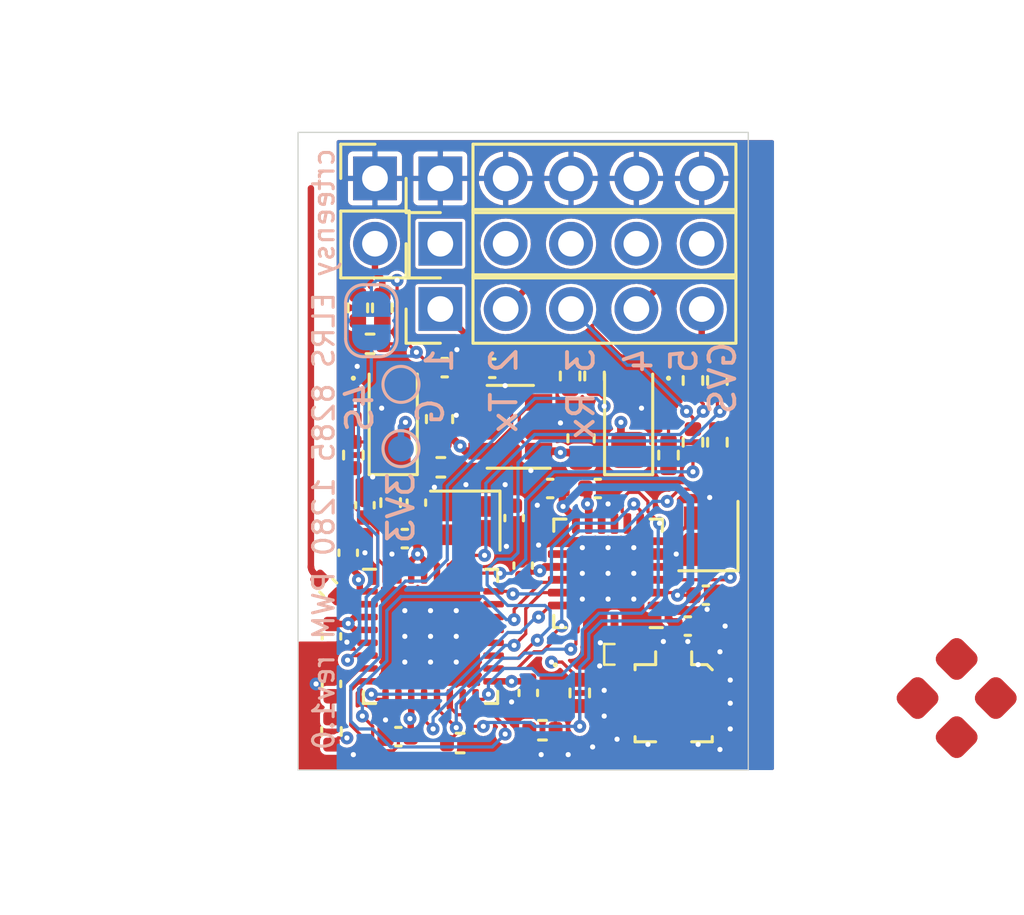
<source format=kicad_pcb>
(kicad_pcb (version 20211014) (generator pcbnew)
  (layers (0 "F.Cu" signal "F.Cu_sig") (1 "In1.Cu" signal "In1.Cu_3V3") (2 "In2.Cu" signal "In2.Cu_Gnd") (31 "B.Cu" signal "B.Cu_sig") (34 "B.Paste" user) (35 "F.Paste" user) (36 "B.SilkS" user "B.Silkscreen") (37 "F.SilkS" user "F.Silkscreen") (38 "B.Mask" user) (39 "F.Mask" user) (44 "Edge.Cuts" user))
  (net 0 "")
  (net 1 "GND")
  (net 2 "+5V")
  (net 3 "Net-(D2-Pad2)")
  (net 4 "+3V3")
  (net 5 "ESP_EN")
  (net 6 "Net-(C16-Pad1)")
  (net 7 "Net-(C17-Pad1)")
  (net 8 "ESPX_OUT")
  (net 9 "ESPX_IN")
  (net 10 "Net-(R2-Pad2)")
  (net 15 "LED_A")
  (net 16 "BUSY_A")
  (net 17 "DIO1_A")
  (net 18 "NRST_A")
  (net 19 "NSS_A")
  (net 20 "SCK")
  (net 21 "MISO")
  (net 22 "MOSI")
  (net 23 "ANT")
  (net 24 "Net-(U6-Pad6)")
  (net 25 "Net-(U6-Pad4)")
  (net 26 "Net-(J1-Pad1)")
  (net 27 "Net-(U5-Pad1)")
  (net 31 "Net-(C22-Pad1)")
  (net 32 "Net-(J3-Pad5)")
  (net 33 "Net-(J3-Pad4)")
  (net 34 "Net-(J3-Pad3)")
  (net 35 "Net-(J3-Pad2)")
  (net 36 "Net-(J3-Pad1)")
  (net 37 "PWM1")
  (net 38 "PWM2")
  (net 39 "PWM3")
  (net 40 "PWM4")
  (net 41 "PWM5")
  (net 43 "Net-(C11-Pad1)")
  (net 44 "Net-(D1-Pad1)")
  (net 46 "ADC_sig")
  (net 47 "Net-(J6-Pad2)")
  (net 48 "Net-(JP1-Pad1)")
  (net 49 "Net-(C13-Pad2)")
  (net 50 "Net-(D4-Pad2)")
  (footprint "LED_SMD:LED_0402_1005Metric" (layer "F.Cu") (at 160.15 61.35 -90)
    (fp_text reference "D1" hide)
    (fp_text value "blue_2V9")
  )
  (footprint "Resistor_SMD:R_0402_1005Metric" (layer "F.Cu") (at 163.55 63.725)
    (fp_text reference "R11" hide)
    (fp_text value "270R")
  )
  (footprint "Capacitor_SMD:C_0402_1005Metric" (layer "F.Cu") (at 162.15 66.5 180)
    (fp_text reference "C3" hide)
    (fp_text value "100n")
  )
  (footprint "Capacitor_SMD:C_0402_1005Metric" (layer "F.Cu") (at 166.95 72.5 -90)
    (fp_text reference "C1" hide)
    (fp_text value "100n")
  )
  (footprint "Capacitor_Tantalum_SMD:CP_EIA-3216-18_Kemet-A" (layer "F.Cu") (at 170.85 61.7 90)
    (fp_text reference "C5" hide)
    (fp_text value "100u")
  )
  (footprint "Capacitor_SMD:C_0402_1005Metric" (layer "F.Cu") (at 159.3 72.15 90)
    (fp_text reference "C4" hide)
    (fp_text value "1u")
  )
  (footprint "Capacitor_SMD:C_0402_1005Metric" (layer "F.Cu") (at 166.75 67.55 90)
    (fp_text reference "C9" hide)
    (fp_text value "100n")
  )
  (footprint "Capacitor_SMD:C_0402_1005Metric" (layer "F.Cu") (at 173.85 68.7)
    (fp_text reference "C16" hide)
    (fp_text value "10n")
  )
  (footprint "Capacitor_SMD:C_0402_1005Metric" (layer "F.Cu") (at 173.15 69.9)
    (fp_text reference "C17" hide)
    (fp_text value "10n")
  )
  (footprint "Crystal:Crystal_SMD_2016-4Pin_2.0x1.6mm" (layer "F.Cu") (at 173.95 66.4 90)
    (fp_text reference "Y3" hide)
    (fp_text value "52M")
  )
  (footprint "ELRS_ESP8285_dual:2450FM07D0034T" (layer "F.Cu") (at 170.9 71)
    (fp_text reference "U5" hide)
    (fp_text value "2450FM07D0034T")
  )
  (footprint "LED_SMD:LED_0402_1005Metric" (layer "F.Cu") (at 172.4 61.35 -90)
    (fp_text reference "D2" hide)
    (fp_text value "true_gr_3V3")
  )
  (footprint "Connector_PinHeader_2.54mm:PinHeader_1x05_P2.54mm_Vertical" (layer "F.Cu") (at 163.53 57.570001 90)
    (fp_text reference "J3" hide)
    (fp_text value "Conn_01x05" hide)
  )
  (footprint "Resistor_SMD:R_0402_1005Metric" (layer "F.Cu") (at 172.4 63.25 90)
    (fp_text reference "R12" hide)
    (fp_text value "4k7")
  )
  (footprint "ELRS_ESP8285_PWM5:QFN-32-1EP_5x5mm_P0.5mm_EP3.7x3.7mm_dense" (layer "F.Cu") (at 163.15 70.3)
    (fp_text reference "U2" hide)
    (fp_text value "ESP8285")
  )
  (footprint "Capacitor_SMD:C_0402_1005Metric" (layer "F.Cu") (at 159.3 70.3 -90)
    (fp_text reference "C21" hide)
    (fp_text value "100n")
  )
  (footprint "Resistor_SMD:R_0402_1005Metric" (layer "F.Cu") (at 167.5 73.95)
    (fp_text reference "R4" hide)
    (fp_text value "560R")
  )
  (footprint "LED_SMD:LED_0402_1005Metric" (layer "F.Cu") (at 168 72.5 -90)
    (fp_text reference "D4" hide)
    (fp_text value "red_2V1")
  )
  (footprint "Capacitor_SMD:C_0402_1005Metric" (layer "F.Cu") (at 169.65 64.55)
    (fp_text reference "C15" hide)
    (fp_text value "100n")
  )
  (footprint "Crystal:Crystal_SMD_2016-4Pin_2.0x1.6mm" (layer "F.Cu") (at 164.5 65.8 180)
    (fp_text reference "Y2" hide)
    (fp_text value "26M")
  )
  (footprint "Capacitor_SMD:C_0402_1005Metric" (layer "F.Cu") (at 162.6 65.1 90)
    (fp_text reference "C20" hide)
    (fp_text value "4p7")
  )
  (footprint "Capacitor_SMD:C_0402_1005Metric" (layer "F.Cu") (at 166.4 65.7 -90)
    (fp_text reference "C19" hide)
    (fp_text value "4p7")
  )
  (footprint "Capacitor_SMD:C_0402_1005Metric" (layer "F.Cu") (at 159.95 67.05 90)
    (fp_text reference "C2" hide)
    (fp_text value "100n")
  )
  (footprint "Capacitor_Tantalum_SMD:CP_EIA-3216-18_Kemet-A" (layer "F.Cu") (at 161.7 61.7 90)
    (fp_text reference "C8" hide)
    (fp_text value "100u")
  )
  (footprint "Capacitor_SMD:C_0402_1005Metric" (layer "F.Cu") (at 165.55 59.875)
    (fp_text reference "C22" hide)
    (fp_text value "10n")
  )
  (footprint "Capacitor_SMD:C_0603_1608Metric" (layer "F.Cu") (at 169 62.6 90)
    (fp_text reference "C6" hide)
    (fp_text value "1u")
  )
  (footprint "Package_TO_SOT_SMD:SOT-23-5" (layer "F.Cu") (at 166.25 62.15 180)
    (fp_text reference "U1" hide)
    (fp_text value "SPX3819M5-L-3-3")
  )
  (footprint "Capacitor_SMD:C_0603_1608Metric" (layer "F.Cu") (at 163.5 61.85 90)
    (fp_text reference "C7" hide)
    (fp_text value "4u7")
  )
  (footprint "Connector_PinHeader_2.54mm:PinHeader_1x05_P2.54mm_Vertical" (layer "F.Cu") (at 163.53 52.49 90)
    (fp_text reference "J2" hide)
    (fp_text value "Conn_01x05" hide)
  )
  (footprint "Connector_PinHeader_2.54mm:PinHeader_1x05_P2.54mm_Vertical" (layer "F.Cu") (at 163.53 55.029999 90)
    (fp_text reference "J4" hide)
    (fp_text value "Conn_01x05" hide)
  )
  (footprint "Resistor_SMD:R_0402_1005Metric" (layer "F.Cu") (at 160.15 63.25 90)
    (fp_text reference "R3" hide)
    (fp_text value "12k")
  )
  (footprint "Resistor_SMD:R_0402_1005Metric" (layer "F.Cu") (at 173.35 60.35 -90)
    (fp_text reference "R6" hide)
    (fp_text value "1k")
  )
  (footprint "Resistor_SMD:R_0402_1005Metric" (layer "F.Cu") (at 173.35 62.75 -90)
    (fp_text reference "R7" hide)
    (fp_text value "1k")
  )
  (footprint "Resistor_SMD:R_0402_1005Metric" (layer "F.Cu") (at 174.3 62.75 -90)
    (fp_text reference "R8" hide)
    (fp_text value "1k")
  )
  (footprint "ELRS_ESP8285_dual:QFN-24-1EP_4x4mm_P0.5mm_EP2.6x2.6mm_SX1280_dense" (layer "F.Cu") (at 170.05 67.85 180)
    (fp_text reference "U6" hide)
    (fp_text value "SX1281")
  )
  (footprint "Resistor_SMD:R_0402_1005Metric" (layer "F.Cu") (at 161.6 65.1 -90)
    (fp_text reference "R2" hide)
    (fp_text value "12k")
  )
  (footprint "Capacitor_SMD:C_0402_1005Metric" (layer "F.Cu") (at 167.8 64.55 180)
    (fp_text reference "C18" hide)
    (fp_text value "470n")
  )
  (footprint "Capacitor_SMD:C_0402_1005Metric" (layer "F.Cu") (at 161.9 74.2 180)
    (fp_text reference "C10" hide)
    (fp_text value "100n")
  )
  (footprint "Capacitor_SMD:C_0402_1005Metric" (layer "F.Cu") (at 160.6 65.2 90)
    (fp_text reference "C11" hide)
    (fp_text value "1u")
  )
  (footprint "Resistor_SMD:R_0402_1005Metric" (layer "F.Cu") (at 168.95 72.5 90)
    (fp_text reference "R10" hide)
    (fp_text value "12k")
  )
  (footprint "Resistor_SMD:R_0402_1005Metric" (layer "F.Cu") (at 168.575 60.175 90)
    (fp_text reference "R13" hide)
    (fp_text value "12k")
  )
  (footprint "ELRS_ESP8285_dual:U.FL_Molex_MCRF_73412-0110_Vertical_dense" (layer "F.Cu") (at 172.6 72.9 180)
    (fp_text reference "J1" hide)
    (fp_text value "Conn_Coaxial" hide)
  )
  (footprint "Resistor_SMD:R_0402_1005Metric" (layer "F.Cu") (at 159.3 74 -90)
    (fp_text reference "R1" hide)
    (fp_text value "12k")
  )
  (footprint "ELRS_ESP8285_PWM5:molex_479480001_2g4-turret" (layer "F.Cu") (at 183.6 72.7 -135)
    (fp_text reference "J5" hide)
    (fp_text value "Conn_Coaxial" hide)
  )
  (footprint "Resistor_SMD:R_0402_1005Metric" (layer "F.Cu") (at 164.3 74.45 180)
    (fp_text reference "R14" hide)
    (fp_text value "12k")
  )
  (footprint "Capacitor_SMD:C_0402_1005Metric" (layer "F.Cu") (at 163.7 59.85)
    (fp_text reference "C12" hide)
    (fp_text value "100n")
  )
  (footprint "Resistor_SMD:R_0402_1005Metric" (layer "F.Cu") (at 160.325 57.525 90)
    (fp_text reference "R15" hide)
    (fp_text value "24k")
  )
  (footprint "Resistor_SMD:R_0402_1005Metric" (layer "F.Cu") (at 160.8 58.925)
    (fp_text reference "R16" hide)
    (fp_text value "1k")
  )
  (footprint "Connector_PinHeader_2.54mm:PinHeader_1x02_P2.54mm_Vertical" (layer "F.Cu") (at 160.99 52.49)
    (fp_text reference "J6" hide)
    (fp_text value "Conn_01x02" hide)
  )
  (footprint "Resistor_SMD:R_0402_1005Metric" (layer "F.Cu") (at 169.525 60.175 -90)
    (fp_text reference "R5" hide)
    (fp_text value "1k")
  )
  (footprint "Resistor_SMD:R_0402_1005Metric" (layer "F.Cu") (at 174.3 60.35 -90)
    (fp_text reference "R9" hide)
    (fp_text value "1k")
  )
  (footprint "Capacitor_SMD:C_0402_1005Metric" (layer "F.Cu") (at 159.175 68.4 -45)
    (fp_text reference "C13" hide)
    (fp_text value "10p")
  )
  (footprint "Resistor_SMD:R_0402_1005Metric" (layer "F.Cu") (at 161.275 57.525 90)
    (fp_text reference "R17" hide)
    (fp_text value "47k")
  )
  (footprint "Jumper:SolderJumper-2_P1.3mm_Open_RoundedPad1.0x1.5mm" (layer "B.Cu") (at 160.85 58.025 -90)
    (fp_text reference "JP1" hide)
    (fp_text value "4S")
  )
  (footprint "TestPoint:TestPoint_Pad_D1.0mm" (layer "B.Cu") (at 162 60.5)
    (fp_text reference "TP2" hide)
    (fp_text value "TestPoint")
  )
  (footprint "TestPoint:TestPoint_Pad_D1.0mm" (layer "B.Cu") (at 162 63)
    (fp_text reference "TP1" hide)
    (fp_text value "TestPoint")
  )
  (gr_rect (start 158 75.5) (end 175.5 50.7) (layer "Edge.Cuts") (width 0.05) (fill none))
  (gr_text "crteensy ELRS 8285 1280 PWM rev1.0" (at 159 51.25 90) (layer "B.SilkS") (effects (font (size 0.8 0.8) (thickness 0.12)) (justify left mirror)))
  (gr_text "4S" (at 160.4 61.4 90) (layer "B.SilkS") (effects (font (size 1 1)) (justify mirror)))
  (gr_text "GVS" (at 174.5 58.75 90) (layer "B.SilkS") (effects (font (size 1 1)) (justify left mirror)))
  (gr_text "2 Tx" (at 166 59 90) (layer "B.SilkS") (effects (font (size 1 1)) (justify left mirror)))
  (gr_text "1" (at 163.5 59 90) (layer "B.SilkS") (effects (font (size 1 1)) (justify left mirror)))
  (gr_text "4" (at 171.25 59 90) (layer "B.SilkS") (effects (font (size 1 1)) (justify left mirror)))
  (gr_text "5" (at 173 59 90) (layer "B.SilkS") (effects (font (size 1 1)) (justify left mirror)))
  (gr_text "3 Rx" (at 169 59 90) (layer "B.SilkS") (effects (font (size 1 1)) (justify left mirror)))
  (gr_text "G" (at 163.15 61.55 90) (layer "B.SilkS") (effects (font (size 1 1)) (justify mirror)))
  (gr_text "3V3" (at 162 65.3 90) (layer "B.SilkS") (effects (font (size 1 1)) (justify mirror)))
  (segment (start 171.3 69.7875) (end 171.3 69.1) (width 0.3) (layer "F.Cu") (net 1))
  (segment (start 159.625 70.525) (end 159.37 70.78) (width 0.25) (layer "F.Cu") (net 1))
  (segment (start 168.8 66.6) (end 170.05 67.85) (width 0.3) (layer "F.Cu") (net 1))
  (segment (start 170.13 64.55) (end 170.13 65.07) (width 0.3) (layer "F.Cu") (net 1))
  (segment (start 160.3 59.8) (end 160.29 59.79) (width 0.125) (layer "F.Cu") (net 1))
  (segment (start 169.3 68.6) (end 170.05 67.85) (width 0.3) (layer "F.Cu") (net 1))
  (segment (start 164.18 59.85) (end 164.18 59.155) (width 0.125) (layer "F.Cu") (net 1))
  (segment (start 160.12 66.57) (end 160.6 67.05) (width 0.25) (layer "F.Cu") (net 1))
  (segment (start 168 72.015) (end 167.515 72.5) (width 0.125) (layer "F.Cu") (net 1))
  (segment (start 159.18 71.67) (end 158.7 72.15) (width 0.125) (layer "F.Cu") (net 1))
  (segment (start 174.5 65.75) (end 173.95 66.3) (width 0.125) (layer "F.Cu") (net 1))
  (segment (start 172.7 67.1) (end 173.4 67.1) (width 0.125) (layer "F.Cu") (net 1))
  (segment (start 166.55 72.5) (end 166.3 72.75) (width 0.125) (layer "F.Cu") (net 1))
  (segment (start 170.8 69.7875) (end 170.8 68.6) (width 0.3) (layer "F.Cu") (net 1))
  (segment (start 160.3 59.8) (end 161.15 59.8) (width 0.3) (layer "F.Cu") (net 1))
  (segment (start 161.67 67.08) (end 161.65 67.1) (width 0.3) (layer "F.Cu") (net 1))
  (segment (start 164.06 63.725) (end 164.06 63.935) (width 0.3) (layer "F.Cu") (net 1))
  (segment (start 173.9 69.25) (end 173.9 69.13) (width 0.3) (layer "F.Cu") (net 1))
  (segment (start 173.95 66.45) (end 173.4 67) (width 0.125) (layer "F.Cu") (net 1))
  (segment (start 160.29 59.79) (end 160.29 58.925) (width 0.125) (layer "F.Cu") (net 1))
  (segment (start 161.25 60.8) (end 161.7 60.35) (width 0.3) (layer "F.Cu") (net 1))
  (segment (start 167.32 64.55) (end 167.32 65.18) (width 0.3) (layer "F.Cu") (net 1))
  (segment (start 161.67 66.5) (end 161.67 67.08) (width 0.3) (layer "F.Cu") (net 1))
  (segment (start 166.3 73.3) (end 166.3 72.85) (width 0.125) (layer "F.Cu") (net 1))
  (segment (start 170.85 60.35) (end 171.885 60.35) (width 0.125) (layer "F.Cu") (net 1))
  (segment (start 168.05 62.15) (end 168.2 62) (width 0.3) (layer "F.Cu") (net 1))
  (segment (start 161.25 61.425) (end 161.25 60.8) (width 0.3) (layer "F.Cu") (net 1))
  (segment (start 167.35 62.15) (end 168.05 62.15) (width 0.3) (layer "F.Cu") (net 1))
  (segment (start 171.885 60.35) (end 172.4 60.865) (width 0.125) (layer "F.Cu") (net 1))
  (segment (start 161.11 64.1) (end 161.6 64.59) (width 0.125) (layer "F.Cu") (net 1))
  (segment (start 159.95 66.57) (end 160.12 66.57) (width 0.25) (layer "F.Cu") (net 1))
  (segment (start 166.3 72.85) (end 166.82 72.85) (width 0.25) (layer "F.Cu") (net 1))
  (segment (start 161.42 73.57) (end 161.42 74.2) (width 0.25) (layer "F.Cu") (net 1))
  (segment (start 159.9 70.525) (end 159.625 70.525) (width 0.25) (layer "F.Cu") (net 1))
  (segment (start 169.8 68.1) (end 170.05 67.85) (width 0.3) (layer "F.Cu") (net 1))
  (segment (start 160.9 64.42) (end 160.6 64.72) (width 0.125) (layer "F.Cu") (net 1))
  (segment (start 164.18 59.155) (end 164.175 59.15) (width 0.125) (layer "F.Cu") (net 1))
  (segment (start 163.525 61.075) (end 164.15 61.7) (width 0.3) (layer "F.Cu") (net 1))
  (segment (start 169.3 69.7875) (end 169.8 69.7875) (width 0.3) (layer "F.Cu") (net 1))
  (segment (start 167.5 66.6) (end 168.1125 66.6) (width 0.3) (layer "F.Cu") (net 1))
  (segment (start 173.4 67) (end 173.4 67.1) (width 0.125) (layer "F.Cu") (net 1))
  (segment (start 163.3 64.75) (end 163.8 65.25) (width 0.125) (layer "F.Cu") (net 1))
  (segment (start 163.3 64.5) (end 163.3 64.75) (width 0.125) (layer "F.Cu") (net 1))
  (segment (start 168.2 62) (end 168.825 62) (width 0.3) (layer "F.Cu") (net 1))
  (segment (start 167.07 66.75) (end 166.75 67.07) (width 0.3) (layer "F.Cu") (net 1))
  (segment (start 166.03 60.53) (end 166.05 60.55) (width 0.3) (layer "F.Cu") (net 1))
  (segment (start 166.1 66.48) (end 166.4 66.18) (width 0.125) (layer "F.Cu") (net 1))
  (segment (start 173.95 66.3) (end 173.95 66.45) (width 0.125) (layer "F.Cu") (net 1))
  (segment (start 164.06 63.935) (end 164.525 64.4) (width 0.3) (layer "F.Cu") (net 1))
  (segment (start 160.9 64.1) (end 160.9 64.42) (width 0.125) (layer "F.Cu") (net 1))
  (segment (start 163.5 61.075) (end 163.525 61.075) (width 0.3) (layer "F.Cu") (net 1))
  (segment (start 166.1 66.8) (end 166.1 66.48) (width 0.125) (layer "F.Cu") (net 1))
  (segment (start 161.4 73.55) (end 161.42 73.57) (width 0.25) (layer "F.Cu") (net 1))
  (segment (start 166.5 73.5) (end 166.3 73.3) (width 0.125) (layer "F.Cu") (net 1))
  (segment (start 171.35 60.85) (end 170.85 60.35) (width 0.3) (layer "F.Cu") (net 1))
  (segment (start 167.35 66.75) (end 167.07 66.75) (width 0.3) (layer "F.Cu") (net 1))
  (segment (start 165.6 74.6) (end 166.2 74.6) (width 0.125) (layer "F.Cu") (net 1))
  (segment (start 174.5 65.7) (end 174.5 65.75) (width 0.125) (layer "F.Cu") (net 1))
  (segment (start 159.3 71.67) (end 159.18 71.67) (width 0.125) (layer "F.Cu") (net 1))
  (segment (start 169.8 69.7875) (end 169.8 68.1) (width 0.3) (layer "F.Cu") (net 1))
  (segment (start 165.55 66.7) (end 165.2 66.35) (width 0.125) (layer "F.Cu") (net 1))
  (segment (start 171.3 69.1) (end 170.05 67.85) (width 0.3) (layer "F.Cu") (net 1))
  (segment (start 159.37 70.78) (end 159.3 70.78) (width 0.25) (layer "F.Cu") (net 1))
  (segment (start 171.35 61.425) (end 171.35 60.85) (width 0.3) (layer "F.Cu") (net 1))
  (segment (start 165.45 74.45) (end 165.6 74.6) (width 0.125) (layer "F.Cu") (net 1))
  (segment (start 164.81 74.45) (end 165.45 74.45) (width 0.125) (layer "F.Cu") (net 1))
  (segment (start 166.03 59.875) (end 166.03 60.53) (width 0.3) (layer "F.Cu") (net 1))
  (segment (start 166 66.7) (end 165.55 66.7) (width 0.125) (layer "F.Cu") (net 1))
  (segment (start 166.3 72.75) (end 166.3 72.85) (width 0.125) (layer "F.Cu") (net 1))
  (segment (start 173.9 69.13) (end 174.33 68.7) (width 0.3) (layer "F.Cu") (net 1))
  (segment (start 161.15 59.8) (end 161.7 60.35) (width 0.3) (layer "F.Cu") (net 1))
  (segment (start 166.5 74.3) (end 166.5 73.5) (width 0.125) (layer "F.Cu") (net 1))
  (segment (start 168.825 62) (end 169 61.825) (width 0.3) (layer "F.Cu") (net 1))
  (segment (start 167.515 72.5) (end 166.55 72.5) (width 0.125) (layer "F.Cu") (net 1))
  (segment (start 167.35 66.75) (end 167.5 66.6) (width 0.3) (layer "F.Cu") (net 1))
  (segment (start 169.3 69.7875) (end 169.3 68.6) (width 0.3) (layer "F.Cu") (net 1))
  (segment (start 173.9 69.63) (end 173.63 69.9) (width 0.3) (layer "F.Cu") (net 1))
  (segment (start 162.72 64.5) (end 162.6 64.62) (width 0.125) (layer "F.Cu") (net 1))
  (segment (start 160.9 64.1) (end 161.11 64.1) (width 0.125) (layer "F.Cu") (net 1))
  (segment (start 166.2 74.6) (end 166.5 74.3) (width 0.125) (layer "F.Cu") (net 1))
  (segment (start 170.13 65.07) (end 170.05 65.15) (width 0.3) (layer "F.Cu") (net 1))
  (segment (start 173.9 69.25) (end 173.9 69.63) (width 0.3) (layer "F.Cu") (net 1))
  (segment (start 168.1125 66.6) (end 168.8 66.6) (width 0.3) (layer "F.Cu") (net 1))
  (segment (start 170.8 68.6) (end 170.05 67.85) (width 0.3) (layer "F.Cu") (net 1))
  (segment (start 170.8 69.7875) (end 171.3 69.7875) (width 0.3) (layer "F.Cu") (net 1))
  (segment (start 167.32 65.18) (end 167.3 65.2) (width 0.3) (layer "F.Cu") (net 1))
  (segment (start 163.3 64.5) (end 162.72 64.5) (width 0.125) (layer "F.Cu") (net 1))
  (segment (start 166.82 72.85) (end 166.95 72.98) (width 0.25) (layer "F.Cu") (net 1))
  (segment (start 171.9875 67.1) (end 172.7 67.1) (width 0.125) (layer "F.Cu") (net 1))
  (segment (start 166.1 66.8) (end 166 66.7) (width 0.125) (layer "F.Cu") (net 1))
  (via (at 161.65 67.1) (size 0.5) (drill 0.2) (layers "F.Cu" "B.Cu") (net 1))
  (via (at 168.2 62) (size 0.5) (drill 0.2) (layers "F.Cu" "B.Cu") (net 1))
  (via (at 174 64.9) (size 0.5) (drill 0.2) (layers "F.Cu" "B.Cu") (net 1))
  (via (at 164.15 71.3) (size 0.5) (drill 0.2) (layers "F.Cu" "B.Cu") (net 1))
  (via (at 164.15 69.3) (size 0.5) (drill 0.2) (layers "F.Cu" "B.Cu") (net 1))
  (via (at 162.15 69.3) (size 0.5) (drill 0.2) (layers "F.Cu" "B.Cu") (net 1))
  (via (at 162.15 71.3) (size 0.5) (drill 0.2) (layers "F.Cu" "B.Cu") (net 1))
  (via (at 169.05 66.85) (size 0.5) (drill 0.2) (layers "F.Cu" "B.Cu") (net 1))
  (via (at 171.05 66.85) (size 0.5) (drill 0.2) (layers "F.Cu" "B.Cu") (net 1))
  (via (at 171.05 68.85) (size 0.5) (drill 0.2) (layers "F.Cu" "B.Cu") (net 1))
  (via (at 169.05 68.85) (size 0.5) (drill 0.2) (layers "F.Cu" "B.Cu") (net 1))
  (via (at 169.9 73.4) (size 0.5) (drill 0.2) (layers "F.Cu" "B.Cu") (net 1))
  (via (at 170.4 74.3) (size 0.5) (drill 0.2) (layers "F.Cu" "B.Cu") (net 1))
  (via (at 171.6 74.5) (size 0.5) (drill 0.2) (layers "F.Cu" "B.Cu") (net 1))
  (via (at 169.9 72.4) (size 0.5) (drill 0.2) (layers "F.Cu" "B.Cu") (net 1))
  (via (at 163.15 71.3) (size 0.5) (drill 0.2) (layers "F.Cu" "B.Cu") (net 1))
  (via (at 163.15 69.3) (size 0.5) (drill 0.2) (layers "F.Cu" "B.Cu") (net 1))
  (via (at 169.05 67.85) (size 0.5) (drill 0.2) (layers "F.Cu" "B.Cu") (net 1))
  (via (at 170.05 66.85) (size 0.5) (drill 0.2) (layers "F.Cu" "B.Cu") (net 1))
  (via (at 171.05 67.85) (size 0.5) (drill 0.2) (layers "F.Cu" "B.Cu") (net 1))
  (via (at 170.05 68.85) (size 0.5) (drill 0.2) (layers "F.Cu" "B.Cu") (net 1))
  (via (at 160.9 64.1) (size 0.5) (drill 0.2) (layers "F.Cu" "B.Cu") (net 1))
  (via (at 167.05 63.85) (size 0.5) (drill 0.2) (layers "F.Cu" "B.Cu") (net 1))
  (via (at 166.05 64.4) (size 0.5) (drill 0.2) (layers "F.Cu" "B.Cu") (net 1))
  (via (at 167.45 74.9) (size 0.5) (drill 0.2) (layers "F.Cu" "B.Cu") (net 1))
  (via (at 174.4 70.9) (size 0.5) (drill 0.2) (layers "F.Cu" "B.Cu") (net 1))
  (via (at 174.4 74.7) (size 0.5) (drill 0.2) (layers "F.Cu" "B.Cu") (net 1))
  (via (at 163.15 70.3) (size 0.5) (drill 0.2) (layers "F.Cu" "B.Cu") (net 1))
  (via (at 171.35 61.425) (size 0.5) (drill 0.2) (layers "F.Cu" "B.Cu") (net 1))
  (via (at 173.55 74.5) (size 0.5) (drill 0.2) (layers "F.Cu" "B.Cu") (net 1))
  (via (at 162.15 70.3) (size 0.5) (drill 0.2) (layers "F.Cu" "B.Cu") (net 1))
  (via (at 174.8 72.9) (size 0.5) (drill 0.2) (layers "F.Cu" "B.Cu") (net 1))
  (via (at 160.15 74.9) (size 0.5) (drill 0.2) (layers "F.Cu" "B.Cu") (net 1))
  (via (at 160.6 67.05) (size 0.5) (drill 0.2) (layers "F.Cu" "B.Cu") (net 1))
  (via (at 167.35 66.75) (size 0.5) (drill 0.2) (layers "F.Cu" "B.Cu") (net 1))
  (via (at 161.25 61.425) (size 0.5) (drill 0.2) (layers "F.Cu" "B.Cu") (net 1))
  (via (at 166.1 66.8) (size 0.5) (drill 0.2) (layers "F.Cu" "B.Cu") (net 1))
  (via (at 170.05 67.85) (size 0.5) (drill 0.2) (layers "F.Cu" "B.Cu") (net 1))
  (via (at 174.6 69.9) (size 0.5) (drill 0.2) (layers "F.Cu" "B.Cu") (net 1))
  (via (at 169.725 71.45) (size 0.5) (drill 0.2) (layers "F.Cu" "B.Cu") (net 1))
  (via (at 173.15 70.5) (size 0.5) (drill 0.2) (layers "F.Cu" "B.Cu") (net 1))
  (via (at 161.4 73.55) (size 0.5) (drill 0.2) (layers "F.Cu" "B.Cu") (net 1))
  (via (at 170.05 65.15) (size 0.5) (drill 0.2) (layers "F.Cu" "B.Cu") (net 1))
  (via (at 164.15 61.7) (size 0.5) (drill 0.2) (layers "F.Cu" "B.Cu") (net 1))
  (via (at 173.9 69.25) (size 0.5) (drill 0.2) (layers "F.Cu" "B.Cu") (net 1))
  (via (at 166.3 72.85) (size 0.5) (drill 0.2) (layers "F.Cu" "B.Cu") (net 1))
  (via (at 174.8 73.9) (size 0.5) (drill 0.2) (layers "F.Cu" "B.Cu") (net 1))
  (via (at 166.05 60.55) (size 0.5) (drill 0.2) (layers "F.Cu" "B.Cu") (net 1))
  (via (at 164.525 64.4) (size 0.5) (drill 0.2) (layers "F.Cu" "B.Cu") (net 1))
  (via (at 158.7 72.15) (size 0.5) (drill 0.2) (layers "F.Cu" "B.Cu") (net 1))
  (via (at 169.45 74.6) (size 0.5) (drill 0.2) (layers "F.Cu" "B.Cu") (net 1))
  (via (at 169.75 70.55) (size 0.5) (drill 0.2) (layers "F.Cu" "B.Cu") (net 1))
  (via (at 163.3 64.5) (size 0.5) (drill 0.2) (layers "F.Cu" "B.Cu") (net 1))
  (via (at 168.5 74.9) (size 0.5) (drill 0.2) (layers "F.Cu" "B.Cu") (net 1))
  (via (at 160.3 59.8) (size 0.5) (drill 0.2) (layers "F.Cu" "B.Cu") (net 1))
  (via (at 159.9 70.525) (size 0.5) (drill 0.2) (layers "F.Cu" "B.Cu") (net 1))
  (via (at 167.3 65.2) (size 0.5) (drill 0.2) (layers "F.Cu" "B.Cu") (net 1))
  (via (at 172.7 67.1) (size 0.5) (drill 0.2) (layers "F.Cu" "B.Cu") (net 1))
  (via (at 164.15 70.3) (size 0.5) (drill 0.2) (layers "F.Cu" "B.Cu") (net 1))
  (via (at 174.8 72) (size 0.5) (drill 0.2) (layers "F.Cu" "B.Cu") (net 1))
  (via (at 164.175 59.15) (size 0.5) (drill 0.2) (layers "F.Cu" "B.Cu") (net 1))
  (segment (start 168.15 63.1) (end 167.35 63.1) (width 0.3) (layer "F.Cu") (net 2))
  (segment (start 166.6 62.6) (end 167.1 63.1) (width 0.125) (layer "F.Cu") (net 2))
  (segment (start 167.35 61.2) (end 167.1 61.2) (width 0.125) (layer "F.Cu") (net 2))
  (segment (start 168.2 63.15) (end 168.15 63.1) (width 0.3) (layer "F.Cu") (net 2))
  (segment (start 168.775 63.15) (end 169 63.375) (width 0.3) (layer "F.Cu") (net 2))
  (segment (start 167.1 63.1) (end 167.35 63.1) (width 0.125) (layer "F.Cu") (net 2))
  (segment (start 170.55 61.975) (end 170.55 62.75) (width 0.3) (layer "F.Cu") (net 2))
  (segment (start 170.85 63.05) (end 171.69 63.05) (width 0.125) (layer "F.Cu") (net 2))
  (segment (start 171.69 63.05) (end 172.4 63.76) (width 0.125) (layer "F.Cu") (net 2))
  (segment (start 167.1 61.2) (end 166.6 61.7) (width 0.125) (layer "F.Cu") (net 2))
  (segment (start 170.55 62.75) (end 170.85 63.05) (width 0.3) (layer "F.Cu") (net 2))
  (segment (start 168.2 63.15) (end 168.775 63.15) (width 0.3) (layer "F.Cu") (net 2))
  (segment (start 166.6 61.7) (end 166.6 62.6) (width 0.125) (layer "F.Cu") (net 2))
  (via (at 170.55 61.975) (size 0.5) (drill 0.2) (layers "F.Cu" "B.Cu") (net 2))
  (via (at 168.2 63.15) (size 0.5) (drill 0.2) (layers "F.Cu" "B.Cu") (net 2))
  (segment (start 172.4 62.74) (end 172.4 61.835) (width 0.125) (layer "F.Cu") (net 3))
  (segment (start 162.9 67.35) (end 162.65 67.1) (width 0.25) (layer "F.Cu") (net 4))
  (segment (start 166.3 62.2) (end 165.4 63.1) (width 0.125) (layer "F.Cu") (net 4))
  (segment (start 160.7 68.55) (end 160.4 68.55) (width 0.25) (layer "F.Cu") (net 4))
  (segment (start 162.63 67.08) (end 162.65 67.1) (width 0.3) (layer "F.Cu") (net 4))
  (segment (start 160.35 67.93) (end 159.95 67.53) (width 0.25) (layer "F.Cu") (net 4))
  (segment (start 166.565 60.66) (end 166.565 61.2975) (width 0.125) (layer "F.Cu") (net 4))
  (segment (start 167.03 67.75) (end 166.75 68.03) (width 0.3) (layer "F.Cu") (net 4))
  (segment (start 159.93 69.82) (end 159.95 69.8) (width 0.25) (layer "F.Cu") (net 4))
  (segment (start 166.92 72.05) (end 166.95 72.02) (width 0.25) (layer "F.Cu") (net 4))
  (segment (start 168.26 71.3) (end 168.95 71.99) (width 0.125) (layer "F.Cu") (net 4))
  (segment (start 162.4 67.35) (end 162.65 67.1) (width 0.25) (layer "F.Cu") (net 4))
  (segment (start 162.35 73.5) (end 162.38 73.53) (width 0.25) (layer "F.Cu") (net 4))
  (segment (start 163.5 62.625) (end 164.025 62.625) (width 0.3) (layer "F.Cu") (net 4))
  (segment (start 159.56 74.25) (end 159.3 74.51) (width 0.125) (layer "F.Cu") (net 4))
  (segment (start 160.2 70.05) (end 159.95 69.8) (width 0.25) (layer "F.Cu") (net 4))
  (segment (start 167.6 67.6) (end 168.1125 67.6) (width 0.3) (layer "F.Cu") (net 4))
  (segment (start 166.565 61.2975) (end 166.3 61.5625) (width 0.125) (layer "F.Cu") (net 4))
  (segment (start 166.3 72.05) (end 166.92 72.05) (width 0.25) (layer "F.Cu") (net 4))
  (segment (start 162.175 61.975) (end 162.175 62.575) (width 0.3) (layer "F.Cu") (net 4))
  (segment (start 159.3 69.82) (end 159.93 69.82) (width 0.25) (layer "F.Cu") (net 4))
  (segment (start 159.9 74.25) (end 159.56 74.25) (width 0.125) (layer "F.Cu") (net 4))
  (segment (start 167.56 59.665) (end 166.565 60.66) (width 0.125) (layer "F.Cu") (net 4))
  (segment (start 165.15 63.1) (end 164.5 63.1) (width 0.3) (layer "F.Cu") (net 4))
  (segment (start 169.3 65.2) (end 169.25 65.15) (width 0.3) (layer "F.Cu") (net 4))
  (segment (start 169.3 65.9125) (end 169.3 65.2) (width 0.3) (layer "F.Cu") (net 4))
  (segment (start 160.2 69.55) (end 159.95 69.8) (width 0.25) (layer "F.Cu") (net 4))
  (segment (start 167.4 67.75) (end 167.45 67.75) (width 0.3) (layer "F.Cu") (net 4))
  (segment (start 160.4 68.15) (end 160.35 68.1) (width 0.25) (layer "F.Cu") (net 4))
  (segment (start 160.7 70.05) (end 160.2 70.05) (width 0.25) (layer "F.Cu") (net 4))
  (segment (start 167.45 67.75) (end 167.6 67.6) (width 0.3) (layer "F.Cu") (net 4))
  (segment (start 164.5 63.1) (end 164.3 62.9) (width 0.3) (layer "F.Cu") (net 4))
  (segment (start 165.4 63.1) (end 165.15 63.1) (width 0.125) (layer "F.Cu") (net 4))
  (segment (start 162.175 62.575) (end 161.7 63.05) (width 0.3) (layer "F.Cu") (net 4))
  (segment (start 169.25 65.15) (end 169.25 64.63) (width 0.3) (layer "F.Cu") (net 4))
  (segment (start 165.6 72.05) (end 166.3 72.05) (width 0.25) (layer "F.Cu") (net 4))
  (segment (start 169.25 64.63) (end 169.17 64.55) (width 0.3) (layer "F.Cu") (net 4))
  (segment (start 166.3 61.5625) (end 166.3 62.2) (width 0.125) (layer "F.Cu") (net 4))
  (segment (start 160.7 69.55) (end 160.2 69.55) (width 0.25) (layer "F.Cu") (net 4))
  (segment (start 160.15 61.835) (end 160.15 62.74) (width 0.125) (layer "F.Cu") (net 4))
  (segment (start 162.38 73.53) (end 162.38 74.2) (width 0.25) (layer "F.Cu") (net 4))
  (segment (start 162.63 66.5) (end 162.63 67.08) (width 0.3) (layer "F.Cu") (net 4))
  (segment (start 160.4 68.55) (end 160.4 68.15) (width 0.25) (layer "F.Cu") (net 4))
  (segment (start 167.4 67.75) (end 167.03 67.75) (width 0.3) (layer "F.Cu") (net 4))
  (segment (start 167.85 71.3) (end 168.26 71.3) (width 0.125) (layer "F.Cu") (net 4))
  (segment (start 160.35 68.1) (end 160.35 67.93) (width 0.25) (layer "F.Cu") (net 4))
  (segment (start 164.025 62.625) (end 164.3 62.9) (width 0.3) (layer "F.Cu") (net 4))
  (segment (start 160.15 62.74) (end 161.39 62.74) (width 0.125) (layer "F.Cu") (net 4))
  (segment (start 162.4 67.85) (end 162.4 67.35) (width 0.25) (layer "F.Cu") (net 4))
  (segment (start 162.9 67.85) (end 162.9 67.35) (width 0.25) (layer "F.Cu") (net 4))
  (segment (start 162.4 72.75) (end 162.4 73.45) (width 0.25) (layer "F.Cu") (net 4))
  (segment (start 162.4 73.45) (end 162.35 73.5) (width 0.25) (layer "F.Cu") (net 4))
  (segment (start 161.39 62.74) (end 161.7 63.05) (width 0.125) (layer "F.Cu") (net 4))
  (segment (start 168.575 59.665) (end 167.56 59.665) (width 0.125) (layer "F.Cu") (net 4))
  (via (at 162.65 67.1) (size 0.5) (drill 0.2) (layers "F.Cu" "B.Cu") (net 4))
  (via (at 166.3 72.05) (size 0.5) (drill 0.2) (layers "F.Cu" "B.Cu") (net 4))
  (via (at 159.95 69.8) (size 0.5) (drill 0.2) (layers "F.Cu" "B.Cu") (net 4))
  (via (at 164.3 62.9) (size 0.5) (drill 0.2) (layers "F.Cu" "B.Cu") (net 4))
  (via (at 167.85 71.3) (size 0.5) (drill 0.2) (layers "F.Cu" "B.Cu") (net 4))
  (via (at 169.25 65.15) (size 0.5) (drill 0.2) (layers "F.Cu" "B.Cu") (net 4))
  (via (at 159.9 74.25) (size 0.5) (drill 0.2) (layers "F.Cu" "B.Cu") (net 4))
  (via (at 160.35 68.1) (size 0.5) (drill 0.2) (layers "F.Cu" "B.Cu") (net 4))
  (via (at 167.4 67.75) (size 0.5) (drill 0.2) (layers "F.Cu" "B.Cu") (net 4))
  (via (at 162.175 61.975) (size 0.5) (drill 0.2) (layers "F.Cu" "B.Cu") (net 4))
  (via (at 162.35 73.5) (size 0.5) (drill 0.2) (layers "F.Cu" "B.Cu") (net 4))
  (segment (start 162 63) (end 162 62.15) (width 0.25) (layer "B.Cu") (net 4))
  (segment (start 162 62.15) (end 162.175 61.975) (width 0.25) (layer "B.Cu") (net 4))
  (segment (start 159.32 72.63) (end 159.3 72.63) (width 0.125) (layer "F.Cu") (net 5))
  (segment (start 160.4 71.55) (end 159.32 72.63) (width 0.125) (layer "F.Cu") (net 5))
  (segment (start 159.3 72.63) (end 159.3 73.49) (width 0.125) (layer "F.Cu") (net 5))
  (segment (start 160.7 71.55) (end 160.4 71.55) (width 0.125) (layer "F.Cu") (net 5))
  (segment (start 168.8 65.75) (end 168.3 65.25) (width 0.3) (layer "F.Cu") (net 6))
  (segment (start 168.28 65.23) (end 168.28 64.55) (width 0.3) (layer "F.Cu") (net 6))
  (segment (start 171.9875 68.6) (end 172.65 68.6) (width 0.125) (layer "F.Cu") (net 6))
  (segment (start 168.3 65.25) (end 168.28 65.23) (width 0.3) (layer "F.Cu") (net 6))
  (segment (start 168.8 65.9125) (end 168.8 65.75) (width 0.3) (layer "F.Cu") (net 6))
  (segment (start 172.65 68.6) (end 172.75 68.7) (width 0.125) (layer "F.Cu") (net 6))
  (segment (start 173.37 68.7) (end 172.75 68.7) (width 0.125) (layer "F.Cu") (net 6))
  (via (at 168.3 65.25) (size 0.5) (drill 0.2) (layers "F.Cu" "B.Cu") (net 6))
  (via (at 172.75 68.7) (size 0.5) (drill 0.2) (layers "F.Cu" "B.Cu") (net 6))
  (segment (start 173.25 68.2) (end 172.75 68.7) (width 0.3) (layer "B.Cu") (net 6))
  (segment (start 172.75 64.5) (end 173.25 65) (width 0.3) (layer "B.Cu") (net 6))
  (segment (start 173.25 65) (end 173.25 68.2) (width 0.3) (layer "B.Cu") (net 6))
  (segment (start 168.3 65.25) (end 169.05 64.5) (width 0.3) (layer "B.Cu") (net 6))
  (segment (start 169.05 64.5) (end 172.75 64.5) (width 0.3) (layer "B.Cu") (net 6))
  (segment (start 172.4 69.63) (end 172.67 69.9) (width 0.3) (layer "F.Cu") (net 7))
  (segment (start 172.15 69.1) (end 172.4 69.35) (width 0.3) (layer "F.Cu") (net 7))
  (segment (start 172.4 69.35) (end 172.4 69.63) (width 0.3) (layer "F.Cu") (net 7))
  (segment (start 171.9875 69.1) (end 172.15 69.1) (width 0.3) (layer "F.Cu") (net 7))
  (segment (start 166.4 65.22) (end 165.23 65.22) (width 0.125) (layer "F.Cu") (net 8))
  (segment (start 164.5 65.9) (end 165.15 65.25) (width 0.125) (layer "F.Cu") (net 8))
  (segment (start 165.23 65.22) (end 165.2 65.25) (width 0.125) (layer "F.Cu") (net 8))
  (segment (start 165.15 65.25) (end 165.2 65.25) (width 0.125) (layer "F.Cu") (net 8))
  (segment (start 163.9 67.85) (end 163.9 67.5) (width 0.125) (layer "F.Cu") (net 8))
  (segment (start 164.5 66.9) (end 164.5 65.9) (width 0.125) (layer "F.Cu") (net 8))
  (segment (start 163.9 67.5) (end 164.5 66.9) (width 0.125) (layer "F.Cu") (net 8))
  (segment (start 162.98 65.58) (end 163.75 66.35) (width 0.125) (layer "F.Cu") (net 9))
  (segment (start 163.75 66.35) (end 163.8 66.35) (width 0.125) (layer "F.Cu") (net 9))
  (segment (start 163.4 66.75) (end 163.8 66.35) (width 0.125) (layer "F.Cu") (net 9))
  (segment (start 162.6 65.58) (end 162.98 65.58) (width 0.125) (layer "F.Cu") (net 9))
  (segment (start 163.4 67.85) (end 163.4 66.75) (width 0.125) (layer "F.Cu") (net 9))
  (segment (start 161.9 67.55) (end 161.9 67.85) (width 0.125) (layer "F.Cu") (net 10))
  (segment (start 162.15 66.16) (end 162.15 67.15) (width 0.125) (layer "F.Cu") (net 10))
  (segment (start 161.6 65.61) (end 162.15 66.16) (width 0.125) (layer "F.Cu") (net 10))
  (segment (start 162.073751 67.226249) (end 162.073751 67.376249) (width 0.125) (layer "F.Cu") (net 10))
  (segment (start 162.073751 67.376249) (end 161.9 67.55) (width 0.125) (layer "F.Cu") (net 10))
  (segment (start 162.15 67.15) (end 162.073751 67.226249) (width 0.125) (layer "F.Cu") (net 10))
  (segment (start 166.45 75) (end 166.99 74.46) (width 0.125) (layer "F.Cu") (net 15))
  (segment (start 160.65 74.8) (end 160.85 75) (width 0.125) (layer "F.Cu") (net 15))
  (segment (start 160.4 72.05) (end 160.05 72.4) (width 0.125) (layer "F.Cu") (net 15))
  (segment (start 160.65 74.35) (end 160.65 74.8) (width 0.125) (layer "F.Cu") (net 15))
  (segment (start 160.85 75) (end 166.45 75) (width 0.125) (layer "F.Cu") (net 15))
  (segment (start 166.99 74.46) (end 166.99 73.95) (width 0.125) (layer "F.Cu") (net 15))
  (segment (start 160.7 72.05) (end 160.4 72.05) (width 0.125) (layer "F.Cu") (net 15))
  (segment (start 160.05 72.4) (end 160.05 73.75) (width 0.125) (layer "F.Cu") (net 15))
  (segment (start 160.05 73.75) (end 160.65 74.35) (width 0.125) (layer "F.Cu") (net 15))
  (segment (start 166.35 68.65) (end 166.25 68.55) (width 0.125) (layer "F.Cu") (net 16))
  (segment (start 166.25 68.55) (end 165.6 68.55) (width 0.125) (layer "F.Cu") (net 16))
  (segment (start 171.3 65.4) (end 171.3 65.9125) (width 0.125) (layer "F.Cu") (net 16))
  (segment (start 171.05 65.15) (end 171.3 65.4) (width 0.125) (layer "F.Cu") (net 16))
  (via (at 166.35 68.65) (size 0.5) (drill 0.2) (layers "F.Cu" "B.Cu") (net 16))
  (via (at 171.05 65.15) (size 0.5) (drill 0.2) (layers "F.Cu" "B.Cu") (net 16))
  (segment (start 170.3 65.9) (end 171.05 65.15) (width 0.125) (layer "B.Cu") (net 16))
  (segment (start 167.85 68.15) (end 167.85 66.85) (width 0.125) (layer "B.Cu") (net 16))
  (segment (start 167.85 66.85) (end 168.8 65.9) (width 0.125) (layer "B.Cu") (net 16))
  (segment (start 168.8 65.9) (end 170.3 65.9) (width 0.125) (layer "B.Cu") (net 16))
  (segment (start 166.35 68.65) (end 167.35 68.65) (width 0.125) (layer "B.Cu") (net 16))
  (segment (start 167.35 68.65) (end 167.85 68.15) (width 0.125) (layer "B.Cu") (net 16))
  (segment (start 170.85 64.7) (end 170.6 64.95) (width 0.125) (layer "F.Cu") (net 17))
  (segment (start 170.6 64.95) (end 170.6 65.45) (width 0.125) (layer "F.Cu") (net 17))
  (segment (start 172.05 65.9) (end 171.6 65.45) (width 0.125) (layer "F.Cu") (net 17))
  (segment (start 171.6 65.45) (end 171.6 65.05) (width 0.125) (layer "F.Cu") (net 17))
  (segment (start 171.6 65.05) (end 171.25 64.7) (width 0.125) (layer "F.Cu") (net 17))
  (segment (start 165.2 72.75) (end 164.9 72.75) (width 0.125) (layer "F.Cu") (net 17))
  (segment (start 171.25 64.7) (end 170.85 64.7) (width 0.125) (layer "F.Cu") (net 17))
  (segment (start 165.4 72.55) (end 165.2 72.75) (width 0.125) (layer "F.Cu") (net 17))
  (segment (start 170.6 65.45) (end 170.8 65.65) (width 0.125) (layer "F.Cu") (net 17))
  (segment (start 170.8 65.65) (end 170.8 65.9125) (width 0.125) (layer "F.Cu") (net 17))
  (via (at 165.4 72.55) (size 0.5) (drill 0.2) (layers "F.Cu" "B.Cu") (net 17))
  (via (at 172.05 65.9) (size 0.5) (drill 0.2) (layers "F.Cu" "B.Cu") (net 17))
  (segment (start 166 71.55) (end 167.1 71.55) (width 0.125) (layer "B.Cu") (net 17))
  (segment (start 169.05 70.05) (end 169.7 69.4) (width 0.125) (layer "B.Cu") (net 17))
  (segment (start 172 65.95) (end 172.05 65.9) (width 0.125) (layer "B.Cu") (net 17))
  (segment (start 169.7 69.4) (end 171.35 69.4) (width 0.125) (layer "B.Cu") (net 17))
  (segment (start 167.35 71.8) (end 168.25 71.8) (width 0.125) (layer "B.Cu") (net 17))
  (segment (start 172 68.75) (end 172 65.95) (width 0.125) (layer "B.Cu") (net 17))
  (segment (start 171.35 69.4) (end 172 68.75) (width 0.125) (layer "B.Cu") (net 17))
  (segment (start 169.05 71) (end 169.05 70.05) (width 0.125) (layer "B.Cu") (net 17))
  (segment (start 168.25 71.8) (end 169.05 71) (width 0.125) (layer "B.Cu") (net 17))
  (segment (start 167.1 71.55) (end 167.35 71.8) (width 0.125) (layer "B.Cu") (net 17))
  (segment (start 165.4 72.55) (end 165.4 72.15) (width 0.125) (layer "B.Cu") (net 17))
  (segment (start 165.4 72.15) (end 166 71.55) (width 0.125) (layer "B.Cu") (net 17))
  (segment (start 165.2 73.8) (end 164.8 73.8) (width 0.125) (layer "F.Cu") (net 18))
  (segment (start 168.95 73.8) (end 168.95 73.01) (width 0.125) (layer "F.Cu") (net 18))
  (segment (start 174.8 68) (end 174.7 68.1) (width 0.125) (layer "F.Cu") (net 18))
  (segment (start 163.9 73.05) (end 163.9 72.75) (width 0.125) (layer "F.Cu") (net 18))
  (segment (start 164.2 73.35) (end 163.9 73.05) (width 0.125) (layer "F.Cu") (net 18))
  (segment (start 164.8 73.8) (end 164.35 73.35) (width 0.125) (layer "F.Cu") (net 18))
  (segment (start 174.7 68.1) (end 171.9875 68.1) (width 0.125) (layer "F.Cu") (net 18))
  (segment (start 164.35 73.35) (end 164.2 73.35) (width 0.125) (layer "F.Cu") (net 18))
  (via (at 165.2 73.8) (size 0.5) (drill 0.2) (layers "F.Cu" "B.Cu") (net 18))
  (via (at 174.8 68) (size 0.5) (drill 0.2) (layers "F.Cu" "B.Cu") (net 18))
  (via (at 168.95 73.8) (size 0.5) (drill 0.2) (layers "F.Cu" "B.Cu") (net 18))
  (segment (start 168.95 73.8) (end 168.95 71.5) (width 0.125) (layer "B.Cu") (net 18))
  (segment (start 168.95 71.5) (end 169.3 71.15) (width 0.125) (layer "B.Cu") (net 18))
  (segment (start 172.75 69.7) (end 174.45 68) (width 0.125) (layer "B.Cu") (net 18))
  (segment (start 167.05 73.65) (end 167.2 73.8) (width 0.125) (layer "B.Cu") (net 18))
  (segment (start 169.3 70.2) (end 169.8 69.7) (width 0.125) (layer "B.Cu") (net 18))
  (segment (start 165.35 73.65) (end 166.8 73.65) (width 0.125) (layer "B.Cu") (net 18))
  (segment (start 166.8 73.65) (end 167.05 73.65) (width 0.125) (layer "B.Cu") (net 18))
  (segment (start 169.8 69.7) (end 172.75 69.7) (width 0.125) (layer "B.Cu") (net 18))
  (segment (start 169.3 71.15) (end 169.3 70.2) (width 0.125) (layer "B.Cu") (net 18))
  (segment (start 167.2 73.8) (end 168.95 73.8) (width 0.125) (layer "B.Cu") (net 18))
  (segment (start 174.45 68) (end 174.8 68) (width 0.125) (layer "B.Cu") (net 18))
  (segment (start 165.2 73.8) (end 165.35 73.65) (width 0.125) (layer "B.Cu") (net 18))
  (segment (start 168.6 70.8) (end 168.8 70.6) (width 0.125) (layer "F.Cu") (net 19))
  (segment (start 163.4 73.1) (end 163.4 72.75) (width 0.125) (layer "F.Cu") (net 19))
  (segment (start 164.15 73.85) (end 164.15 74.09) (width 0.125) (layer "F.Cu") (net 19))
  (segment (start 164.15 73.85) (end 163.4 73.1) (width 0.125) (layer "F.Cu") (net 19))
  (segment (start 168.8 70.6) (end 168.8 69.7875) (width 0.125) (layer "F.Cu") (net 19))
  (segment (start 164.15 74.09) (end 163.79 74.45) (width 0.125) (layer "F.Cu") (net 19))
  (via (at 168.6 70.8) (size 0.5) (drill 0.2) (layers "F.Cu" "B.Cu") (net 19))
  (via (at 164.15 73.85) (size 0.5) (drill 0.2) (layers "F.Cu" "B.Cu") (net 19))
  (segment (start 166.8 70.95) (end 167.5 70.95) (width 0.125) (layer "B.Cu") (net 19))
  (segment (start 167.5 70.95) (end 167.65 70.8) (width 0.125) (layer "B.Cu") (net 19))
  (segment (start 166.6 71.15) (end 166.8 70.95) (width 0.125) (layer "B.Cu") (net 19))
  (segment (start 167.65 70.8) (end 168.6 70.8) (width 0.125) (layer "B.Cu") (net 19))
  (segment (start 164.15 72.95) (end 165.95 71.15) (width 0.125) (layer "B.Cu") (net 19))
  (segment (start 164.15 73.85) (end 164.15 72.95) (width 0.125) (layer "B.Cu") (net 19))
  (segment (start 165.95 71.15) (end 166.6 71.15) (width 0.125) (layer "B.Cu") (net 19))
  (segment (start 161.05 72.75) (end 161.4 72.75) (width 0.125) (layer "F.Cu") (net 20))
  (segment (start 167.8 69.1) (end 168.1125 69.1) (width 0.125) (layer "F.Cu") (net 20))
  (segment (start 160.85 72.55) (end 161.05 72.75) (width 0.125) (layer "F.Cu") (net 20))
  (segment (start 167.35 69.55) (end 167.8 69.1) (width 0.125) (layer "F.Cu") (net 20))
  (via (at 167.35 69.55) (size 0.5) (drill 0.2) (layers "F.Cu" "B.Cu") (net 20))
  (via (at 160.85 72.55) (size 0.5) (drill 0.2) (layers "F.Cu" "B.Cu") (net 20))
  (segment (start 167.35 69.55) (end 167.25 69.55) (width 0.125) (layer "B.Cu") (net 20))
  (segment (start 166.65 70.15) (end 166.15 70.15) (width 0.125) (layer "B.Cu") (net 20))
  (segment (start 166.15 70.15) (end 163.75 72.55) (width 0.125) (layer "B.Cu") (net 20))
  (segment (start 163.75 72.55) (end 160.85 72.55) (width 0.125) (layer "B.Cu") (net 20))
  (segment (start 167.25 69.55) (end 166.65 70.15) (width 0.125) (layer "B.Cu") (net 20))
  (segment (start 160.9 74.65) (end 161 74.75) (width 0.125) (layer "F.Cu") (net 21))
  (segment (start 166.4 69.65) (end 166.4 69.25) (width 0.125) (layer "F.Cu") (net 21))
  (segment (start 167.85 68.1) (end 168.1125 68.1) (width 0.125) (layer "F.Cu") (net 21))
  (segment (start 161.7 74.75) (end 161.9 74.55) (width 0.125) (layer "F.Cu") (net 21))
  (segment (start 167.45 68.2) (end 167.75 68.2) (width 0.125) (layer "F.Cu") (net 21))
  (segment (start 160.9 73.8) (end 160.9 74.65) (width 0.125) (layer "F.Cu") (net 21))
  (segment (start 161 74.75) (end 161.7 74.75) (width 0.125) (layer "F.Cu") (net 21))
  (segment (start 160.5 73.4) (end 160.9 73.8) (width 0.125) (layer "F.Cu") (net 21))
  (segment (start 161.9 74.55) (end 161.9 72.75) (width 0.125) (layer "F.Cu") (net 21))
  (segment (start 166.4 69.25) (end 167.45 68.2) (width 0.125) (layer "F.Cu") (net 21))
  (segment (start 167.75 68.2) (end 167.85 68.1) (width 0.125) (layer "F.Cu") (net 21))
  (via (at 166.4 69.65) (size 0.5) (drill 0.2) (layers "F.Cu" "B.Cu") (net 21))
  (via (at 160.5 73.4) (size 0.5) (drill 0.2) (layers "F.Cu" "B.Cu") (net 21))
  (segment (start 160.35 72.85) (end 160.5 73) (width 0.125) (layer "B.Cu") (net 21))
  (segment (start 161.45 69.3) (end 161.45 71.25) (width 0.125) (layer "B.Cu") (net 21))
  (segment (start 162 68.75) (end 161.45 69.3) (width 0.125) (layer "B.Cu") (net 21))
  (segment (start 161.45 71.25) (end 160.35 72.35) (width 0.125) (layer "B.Cu") (net 21))
  (segment (start 166.4 69.65) (end 166.1 69.65) (width 0.125) (layer "B.Cu") (net 21))
  (segment (start 160.5 73) (end 160.5 73.4) (width 0.125) (layer "B.Cu") (net 21))
  (segment (start 166.1 69.65) (end 165.2 68.75) (width 0.125) (layer "B.Cu") (net 21))
  (segment (start 160.35 72.35) (end 160.35 72.85) (width 0.125) (layer "B.Cu") (net 21))
  (segment (start 165.2 68.75) (end 162 68.75) (width 0.125) (layer "B.Cu") (net 21))
  (segment (start 166.4 70.65) (end 166.85 70.2) (width 0.125) (layer "F.Cu") (net 22))
  (segment (start 163.25 73.9) (end 162.9 73.55) (width 0.125) (layer "F.Cu") (net 22))
  (segment (start 162.9 73.55) (end 162.9 72.75) (width 0.125) (layer "F.Cu") (net 22))
  (segment (start 167.475 68.6) (end 168.1125 68.6) (width 0.125) (layer "F.Cu") (net 22))
  (segment (start 166.85 70.2) (end 166.85 69.225) (width 0.125) (layer "F.Cu") (net 22))
  (segment (start 166.85 69.225) (end 167.475 68.6) (width 0.125) (layer "F.Cu") (net 22))
  (via (at 166.4 70.65) (size 0.5) (drill 0.2) (layers "F.Cu" "B.Cu") (net 22))
  (via (at 163.25 73.9) (size 0.5) (drill 0.2) (layers "F.Cu" "B.Cu") (net 22))
  (segment (start 163.25 73.45) (end 166.05 70.65) (width 0.125) (layer "B.Cu") (net 22))
  (segment (start 166.05 70.65) (end 166.4 70.65) (width 0.125) (layer "B.Cu") (net 22))
  (segment (start 163.25 73.9) (end 163.25 73.45) (width 0.125) (layer "B.Cu") (net 22))
  (segment (start 158.503919 67.628135) (end 158.501743 67.610495) (width 0.25) (layer "F.Cu") (net 23))
  (segment (start 158.606066 67.831066) (end 158.593809 67.818192) (width 0.25) (layer "F.Cu") (net 23))
  (segment (start 158.5 67.575) (end 158.5 52.875) (width 0.25) (layer "F.Cu") (net 23))
  (segment (start 158.551521 67.761173) (end 158.54276 67.745707) (width 0.25) (layer "F.Cu") (net 23))
  (segment (start 158.515593 67.680121) (end 158.510852 67.66299) (width 0.25) (layer "F.Cu") (net 23))
  (segment (start 158.501743 67.610495) (end 158.500436 67.592768) (width 0.25) (layer "F.Cu") (net 23))
  (segment (start 158.5822 67.804734) (end 158.571264 67.790721) (width 0.25) (layer "F.Cu") (net 23))
  (segment (start 158.510852 67.66299) (end 158.506958 67.645648) (width 0.25) (layer "F.Cu") (net 23))
  (segment (start 158.56103 67.776189) (end 158.551521 67.761173) (width 0.25) (layer "F.Cu") (net 23))
  (segment (start 158.593809 67.818192) (end 158.5822 67.804734) (width 0.25) (layer "F.Cu") (net 23))
  (segment (start 158.527565 67.713581) (end 158.521168 67.696998) (width 0.25) (layer "F.Cu") (net 23))
  (segment (start 158.521168 67.696998) (end 158.515593 67.680121) (width 0.25) (layer "F.Cu") (net 23))
  (segment (start 158.500436 67.592768) (end 158.5 67.575) (width 0.25) (layer "F.Cu") (net 23))
  (segment (start 158.534768 67.729831) (end 158.527565 67.713581) (width 0.25) (layer "F.Cu") (net 23))
  (segment (start 158.54276 67.745707) (end 158.534768 67.729831) (width 0.25) (layer "F.Cu") (net 23))
  (segment (start 158.506958 67.645648) (end 158.503919 67.628135) (width 0.25) (layer "F.Cu") (net 23))
  (segment (start 158.571264 67.790721) (end 158.56103 67.776189) (width 0.25) (layer "F.Cu") (net 23))
  (segment (start 158.835589 68.060589) (end 158.606066 67.831066) (width 0.25) (layer "F.Cu") (net 23))
  (segment (start 172.5 66.6) (end 173.4 65.7) (width 0.125) (layer "F.Cu") (net 24))
  (segment (start 171.9875 66.6) (end 172.5 66.6) (width 0.125) (layer "F.Cu") (net 24))
  (segment (start 172.55 67.6) (end 172.7 67.75) (width 0.125) (layer "F.Cu") (net 25))
  (segment (start 172.7 67.75) (end 173.95 67.75) (width 0.125) (layer "F.Cu") (net 25))
  (segment (start 173.95 67.75) (end 174.5 67.2) (width 0.125) (layer "F.Cu") (net 25))
  (segment (start 174.5 67.2) (end 174.5 67.1) (width 0.125) (layer "F.Cu") (net 25))
  (segment (start 171.9875 67.6) (end 172.55 67.6) (width 0.125) (layer "F.Cu") (net 25))
  (segment (start 171.65 71.15) (end 172.35 71.15) (width 0.5) (layer "F.Cu") (net 26))
  (segment (start 171.5 71) (end 171.65 71.15) (width 0.5) (layer "F.Cu") (net 26))
  (segment (start 172.35 71.15) (end 172.6 71.4) (width 0.5) (layer "F.Cu") (net 26))
  (via (at 173.55 71.4) (size 0.5) (drill 0.2) (layers "F.Cu" "B.Cu") (net 26))
  (via (at 172.2 70.5) (size 0.5) (drill 0.2) (layers "F.Cu" "B.Cu") (net 26))
  (segment (start 170.3 69.7875) (end 170.3 71) (width 0.3) (layer "F.Cu") (net 27))
  (segment (start 165.07 61.12) (end 165.15 61.2) (width 0.3) (layer "F.Cu") (net 31))
  (segment (start 165.07 59.875) (end 165.07 61.12) (width 0.3) (layer "F.Cu") (net 31))
  (segment (start 173.69 57.570001) (end 173.69 59.23) (width 0.25) (layer "F.Cu") (net 32))
  (segment (start 173.69 59.23) (end 174.3 59.84) (width 0.25) (layer "F.Cu") (net 32))
  (segment (start 174.35 56.4) (end 172.320001 56.4) (width 0.25) (layer "F.Cu") (net 33))
  (segment (start 174.3 62.24) (end 174.51 62.24) (width 0.25) (layer "F.Cu") (net 33))
  (segment (start 174.51 62.24) (end 174.9 61.85) (width 0.25) (layer "F.Cu") (net 33))
  (segment (start 172.320001 56.4) (end 171.15 57.570001) (width 0.25) (layer "F.Cu") (net 33))
  (segment (start 174.9 61.85) (end 174.9 56.95) (width 0.25) (layer "F.Cu") (net 33))
  (segment (start 174.9 56.95) (end 174.35 56.4) (width 0.25) (layer "F.Cu") (net 33))
  (segment (start 173.35 62.24) (end 173.35 61.8) (width 0.125) (layer "F.Cu") (net 34))
  (segment (start 173.35 61.8) (end 173.1 61.55) (width 0.125) (layer "F.Cu") (net 34))
  (via (at 173.1 61.55) (size 0.5) (drill 0.2) (layers "F.Cu" "B.Cu") (net 34))
  (segment (start 173.1 61.55) (end 171.305 59.755) (width 0.125) (layer "B.Cu") (net 34))
  (segment (start 171.305 59.755) (end 170.795 59.755) (width 0.125) (layer "B.Cu") (net 34))
  (segment (start 170.795 59.755) (end 168.61 57.570001) (width 0.125) (layer "B.Cu") (net 34))
  (segment (start 169.75 57) (end 169.75 58.15) (width 0.25) (layer "F.Cu") (net 35))
  (segment (start 173.2925 59.84) (end 173.35 59.84) (width 0.25) (layer "F.Cu") (net 35))
  (segment (start 169.15 56.4) (end 169.75 57) (width 0.25) (layer "F.Cu") (net 35))
  (segment (start 170.7 59.1) (end 172.5525 59.1) (width 0.25) (layer "F.Cu") (net 35))
  (segment (start 173.35 59.84) (end 173.29 59.84) (width 0.125) (layer "F.Cu") (net 35))
  (segment (start 172.5525 59.1) (end 173.2925 59.84) (width 0.25) (layer "F.Cu") (net 35))
  (segment (start 167.240001 56.4) (end 169.15 56.4) (width 0.25) (layer "F.Cu") (net 35))
  (segment (start 166.07 57.570001) (end 167.240001 56.4) (width 0.25) (layer "F.Cu") (net 35))
  (segment (start 169.75 58.15) (end 170.7 59.1) (width 0.25) (layer "F.Cu") (net 35))
  (segment (start 164.959999 59) (end 163.53 57.570001) (width 0.25) (layer "F.Cu") (net 36))
  (segment (start 168.86 59) (end 164.959999 59) (width 0.25) (layer "F.Cu") (net 36))
  (segment (start 169.525 59.665) (end 168.86 59) (width 0.25) (layer "F.Cu") (net 36))
  (segment (start 169.9 61.06) (end 169.525 60.685) (width 0.125) (layer "F.Cu") (net 37))
  (segment (start 166.05 74.1) (end 166.05 73.8) (width 0.125) (layer "F.Cu") (net 37))
  (segment (start 169.9 61.35) (end 169.9 61.06) (width 0.125) (layer "F.Cu") (net 37))
  (segment (start 165.6 73.35) (end 164.725 73.35) (width 0.125) (layer "F.Cu") (net 37))
  (segment (start 164.4 73.025) (end 164.4 72.75) (width 0.125) (layer "F.Cu") (net 37))
  (segment (start 168.575 60.685) (end 169.525 60.685) (width 0.125) (layer "F.Cu") (net 37))
  (segment (start 166.05 73.8) (end 165.6 73.35) (width 0.125) (layer "F.Cu") (net 37))
  (segment (start 164.725 73.35) (end 164.4 73.025) (width 0.125) (layer "F.Cu") (net 37))
  (via (at 166.05 74.1) (size 0.5) (drill 0.2) (layers "F.Cu" "B.Cu") (net 37))
  (via (at 169.9 61.35) (size 0.5) (drill 0.2) (layers "F.Cu" "B.Cu") (net 37))
  (segment (start 162.175 68.15) (end 162.975 68.15) (width 0.125) (layer "B.Cu") (net 37))
  (segment (start 160.35 73.9) (end 160.05 73.6) (width 0.125) (layer "B.Cu") (net 37))
  (segment (start 160.9 73.9) (end 160.35 73.9) (width 0.125) (layer "B.Cu") (net 37))
  (segment (start 160.05 72.2375) (end 161.2 71.0875) (width 0.125) (layer "B.Cu") (net 37))
  (segment (start 166.05 74.1) (end 165.55 74.6) (width 0.125) (layer "B.Cu") (net 37))
  (segment (start 163.8 67.325) (end 163.8 64.45) (width 0.125) (layer "B.Cu") (net 37))
  (segment (start 161.2 69.125) (end 162.175 68.15) (width 0.125) (layer "B.Cu") (net 37))
  (segment (start 165.55 74.6) (end 161.6 74.6) (width 0.125) (layer "B.Cu") (net 37))
  (segment (start 169.9 61.35) (end 169.595 61.045) (width 0.125) (layer "B.Cu") (net 37))
  (segment (start 167.205 61.045) (end 169.595 61.045) (width 0.125) (layer "B.Cu") (net 37))
  (segment (start 161.2 71.0875) (end 161.2 69.125) (width 0.125) (layer "B.Cu") (net 37))
  (segment (start 163.8 64.45) (end 167.205 61.045) (width 0.125) (layer "B.Cu") (net 37))
  (segment (start 160.05 73.6) (end 160.05 72.2375) (width 0.125) (layer "B.Cu") (net 37))
  (segment (start 162.975 68.15) (end 163.8 67.325) (width 0.125) (layer "B.Cu") (net 37))
  (segment (start 161.6 74.6) (end 160.9 73.9) (width 0.125) (layer "B.Cu") (net 37))
  (segment (start 173.35 60.86) (end 173.75 61.26) (width 0.125) (layer "F.Cu") (net 38))
  (segment (start 164.4 67.55) (end 164.4 67.85) (width 0.125) (layer "F.Cu") (net 38))
  (segment (start 173.75 61.26) (end 173.75 61.55) (width 0.125) (layer "F.Cu") (net 38))
  (segment (start 164.8 67.15) (end 164.4 67.55) (width 0.125) (layer "F.Cu") (net 38))
  (segment (start 165.25 67.15) (end 164.8 67.15) (width 0.125) (layer "F.Cu") (net 38))
  (via (at 173.75 61.55) (size 0.5) (drill 0.2) (layers "F.Cu" "B.Cu") (net 38))
  (via (at 165.25 67.15) (size 0.5) (drill 0.2) (layers "F.Cu" "B.Cu") (net 38))
  (segment (start 165.25 67.15) (end 165.3 67.1) (width 0.125) (layer "B.Cu") (net 38))
  (segment (start 165.3 67.1) (end 165.3 64.35) (width 0.125) (layer "B.Cu") (net 38))
  (segment (start 165.3 64.35) (end 167.2 62.45) (width 0.125) (layer "B.Cu") (net 38))
  (segment (start 172.85 62.45) (end 173.75 61.55) (width 0.125) (layer "B.Cu") (net 38))
  (segment (start 167.2 62.45) (end 172.85 62.45) (width 0.125) (layer "B.Cu") (net 38))
  (segment (start 173.35 63.9) (end 173.35 63.26) (width 0.125) (layer "F.Cu") (net 39))
  (segment (start 165.84 67.84) (end 164.9 67.84) (width 0.125) (layer "F.Cu") (net 39))
  (segment (start 165.85 67.85) (end 165.84 67.84) (width 0.125) (layer "F.Cu") (net 39))
  (via (at 173.35 63.9) (size 0.5) (drill 0.2) (layers "F.Cu" "B.Cu") (net 39))
  (via (at 165.85 67.85) (size 0.5) (drill 0.2) (layers "F.Cu" "B.Cu") (net 39))
  (segment (start 173.35 63.9) (end 167.95 63.9) (width 0.125) (layer "B.Cu") (net 39))
  (segment (start 166.85 67.3) (end 166.3 67.85) (width 0.125) (layer "B.Cu") (net 39))
  (segment (start 166.3 67.85) (end 165.85 67.85) (width 0.125) (layer "B.Cu") (net 39))
  (segment (start 167.95 63.9) (end 166.85 65) (width 0.125) (layer "B.Cu") (net 39))
  (segment (start 166.85 65) (end 166.85 67.3) (width 0.125) (layer "B.Cu") (net 39))
  (segment (start 166.525 71.55) (end 165.6 71.55) (width 0.125) (layer "F.Cu") (net 40))
  (segment (start 167.175 70.9) (end 166.525 71.55) (width 0.125) (layer "F.Cu") (net 40))
  (segment (start 167.5 70.9) (end 167.175 70.9) (width 0.125) (layer "F.Cu") (net 40))
  (segment (start 167.9 70.5) (end 167.5 70.9) (width 0.125) (layer "F.Cu") (net 40))
  (segment (start 174.3 63.8) (end 173.525 64.575) (width 0.125) (layer "F.Cu") (net 40))
  (segment (start 168.25 69.9) (end 167.9 70.25) (width 0.125) (layer "F.Cu") (net 40))
  (segment (start 167.9 70.25) (end 167.9 70.5) (width 0.125) (layer "F.Cu") (net 40))
  (segment (start 173.525 64.575) (end 172.825 64.575) (width 0.125) (layer "F.Cu") (net 40))
  (segment (start 174.3 63.26) (end 174.3 63.8) (width 0.125) (layer "F.Cu") (net 40))
  (segment (start 172.825 64.575) (end 172.35 65.05) (width 0.125) (layer "F.Cu") (net 40))
  (via (at 172.35 65.05) (size 0.5) (drill 0.2) (layers "F.Cu" "B.Cu") (net 40))
  (via (at 168.25 69.9) (size 0.5) (drill 0.2) (layers "F.Cu" "B.Cu") (net 40))
  (segment (start 168.9 66.2) (end 168.25 66.85) (width 0.125) (layer "B.Cu") (net 40))
  (segment (start 172.35 65.05) (end 171.8 65.05) (width 0.125) (layer "B.Cu") (net 40))
  (segment (start 170.65 66.2) (end 168.9 66.2) (width 0.125) (layer "B.Cu") (net 40))
  (segment (start 168.25 66.85) (end 168.25 69.05) (width 0.125) (layer "B.Cu") (net 40))
  (segment (start 168.25 69.05) (end 168.25 69.9) (width 0.125) (layer "B.Cu") (net 40))
  (segment (start 171.8 65.05) (end 170.65 66.2) (width 0.125) (layer "B.Cu") (net 40))
  (segment (start 166 71.15) (end 165.9 71.05) (width 0.125) (layer "F.Cu") (net 41))
  (segment (start 167.25 70.45) (end 166.55 71.15) (width 0.125) (layer "F.Cu") (net 41))
  (segment (start 174.3 60.86) (end 174.3 61.45) (width 0.125) (layer "F.Cu") (net 41))
  (segment (start 165.9 71.05) (end 165.6 71.05) (width 0.125) (layer "F.Cu") (net 41))
  (segment (start 167.3 70.45) (end 167.25 70.45) (width 0.125) (layer "F.Cu") (net 41))
  (segment (start 174.3 61.45) (end 174.4 61.55) (width 0.125) (layer "F.Cu") (net 41))
  (segment (start 166.55 71.15) (end 166 71.15) (width 0.125) (layer "F.Cu") (net 41))
  (via (at 174.4 61.55) (size 0.5) (drill 0.2) (layers "F.Cu" "B.Cu") (net 41))
  (via (at 167.3 70.45) (size 0.5) (drill 0.2) (layers "F.Cu" "B.Cu") (net 41))
  (segment (start 166.15 69.1) (end 165.35 68.3) (width 0.125) (layer "B.Cu") (net 41))
  (segment (start 166.55 67.05) (end 166.55 63.55) (width 0.125) (layer "B.Cu") (net 41))
  (segment (start 167.3 70.45) (end 167.8 69.95) (width 0.125) (layer "B.Cu") (net 41))
  (segment (start 165.75 67.3) (end 166.3 67.3) (width 0.125) (layer "B.Cu") (net 41))
  (segment (start 167.8 69.95) (end 167.8 69.3) (width 0.125) (layer "B.Cu") (net 41))
  (segment (start 167.6 69.1) (end 166.15 69.1) (width 0.125) (layer "B.Cu") (net 41))
  (segment (start 173.25 62.7) (end 174.4 61.55) (width 0.125) (layer "B.Cu") (net 41))
  (segment (start 165.35 68.3) (end 165.35 67.7) (width 0.125) (layer "B.Cu") (net 41))
  (segment (start 166.55 63.55) (end 167.4 62.7) (width 0.125) (layer "B.Cu") (net 41))
  (segment (start 166.3 67.3) (end 166.55 67.05) (width 0.125) (layer "B.Cu") (net 41))
  (segment (start 165.35 67.7) (end 165.75 67.3) (width 0.125) (layer "B.Cu") (net 41))
  (segment (start 167.4 62.7) (end 173.25 62.7) (width 0.125) (layer "B.Cu") (net 41))
  (segment (start 167.8 69.3) (end 167.6 69.1) (width 0.125) (layer "B.Cu") (net 41))
  (segment (start 160.05 65.13) (end 160.6 65.68) (width 0.125) (layer "F.Cu") (net 43))
  (segment (start 161.4 67.6) (end 161.1 67.3) (width 0.125) (layer "F.Cu") (net 43))
  (segment (start 161.1 67.3) (end 161.1 66.18) (width 0.125) (layer "F.Cu") (net 43))
  (segment (start 160.15 63.9) (end 160.05 64) (width 0.125) (layer "F.Cu") (net 43))
  (segment (start 161.4 67.85) (end 161.4 67.6) (width 0.125) (layer "F.Cu") (net 43))
  (segment (start 160.15 63.76) (end 160.15 63.9) (width 0.125) (layer "F.Cu") (net 43))
  (segment (start 161.1 66.18) (end 160.6 65.68) (width 0.125) (layer "F.Cu") (net 43))
  (segment (start 160.05 64) (end 160.05 65.13) (width 0.125) (layer "F.Cu") (net 43))
  (segment (start 162.7 61.8) (end 162.7 63.385) (width 0.125) (layer "F.Cu") (net 44))
  (segment (start 160.775 61.65) (end 161.025 61.9) (width 0.125) (layer "F.Cu") (net 44))
  (segment (start 161.025 61.9) (end 161.475 61.9) (width 0.125) (layer "F.Cu") (net 44))
  (segment (start 160.15 60.865) (end 160.775 61.49) (width 0.125) (layer "F.Cu") (net 44))
  (segment (start 162.425 61.525) (end 162.7 61.8) (width 0.125) (layer "F.Cu") (net 44))
  (segment (start 161.85 61.525) (end 162.425 61.525) (width 0.125) (layer "F.Cu") (net 44))
  (segment (start 160.775 61.49) (end 160.775 61.65) (width 0.125) (layer "F.Cu") (net 44))
  (segment (start 161.475 61.9) (end 161.85 61.525) (width 0.125) (layer "F.Cu") (net 44))
  (segment (start 162.7 63.385) (end 163.04 63.725) (width 0.125) (layer "F.Cu") (net 44))
  (segment (start 161.31 58.925) (end 162.275 58.925) (width 0.125) (layer "F.Cu") (net 46))
  (segment (start 160.325 58.035) (end 160.42 58.035) (width 0.125) (layer "F.Cu") (net 46))
  (segment (start 160.42 58.035) (end 161.31 58.925) (width 0.125) (layer "F.Cu") (net 46))
  (segment (start 162.6 59.25) (end 162.62 59.25) (width 0.125) (layer "F.Cu") (net 46))
  (segment (start 162.62 59.25) (end 163.22 59.85) (width 0.125) (layer "F.Cu") (net 46))
  (segment (start 162.275 58.925) (end 162.6 59.25) (width 0.125) (layer "F.Cu") (net 46))
  (segment (start 160.7 71.05) (end 160.1 71.05) (width 0.125) (layer "F.Cu") (net 46))
  (segment (start 160.1 71.05) (end 159.925 71.225) (width 0.125) (layer "F.Cu") (net 46))
  (via (at 159.925 71.225) (size 0.5) (drill 0.2) (layers "F.Cu" "B.Cu") (net 46))
  (via (at 162.6 59.25) (size 0.5) (drill 0.2) (layers "F.Cu" "B.Cu") (net 46))
  (segment (start 160.65 68.775) (end 160.65 70.5) (width 0.125) (layer "B.Cu") (net 46))
  (segment (start 160.35 60.85) (end 160.85 60.35) (width 0.125) (layer "B.Cu") (net 46))
  (segment (start 162.6 59.25) (end 162.45 59.4) (width 0.125) (layer "B.Cu") (net 46))
  (segment (start 161.1 68.325) (end 160.65 68.775) (width 0.125) (layer "B.Cu") (net 46))
  (segment (start 160.85 59.4) (end 160.85 58.675) (width 0.125) (layer "B.Cu") (net 46))
  (segment (start 160.35 65.65) (end 160.35 60.85) (width 0.125) (layer "B.Cu") (net 46))
  (segment (start 161.1 66.4) (end 160.35 65.65) (width 0.125) (layer "B.Cu") (net 46))
  (segment (start 160.65 70.5) (end 159.925 71.225) (width 0.125) (layer "B.Cu") (net 46))
  (segment (start 161.1 66.4) (end 161.1 68.325) (width 0.125) (layer "B.Cu") (net 46))
  (segment (start 162.45 59.4) (end 160.85 59.4) (width 0.125) (layer "B.Cu") (net 46))
  (segment (start 160.85 60.35) (end 160.85 59.4) (width 0.125) (layer "B.Cu") (net 46))
  (segment (start 160.99 56.14) (end 160.99 55.03) (width 0.25) (layer "F.Cu") (net 47))
  (segment (start 160.325 57.015) (end 161.275 57.015) (width 0.125) (layer "F.Cu") (net 47))
  (segment (start 161.275 57.015) (end 161.275 56.425) (width 0.25) (layer "F.Cu") (net 47))
  (segment (start 161.275 56.425) (end 160.99 56.14) (width 0.25) (layer "F.Cu") (net 47))
  (segment (start 161.85 56.45) (end 161.85 57.46) (width 0.125) (layer "F.Cu") (net 48))
  (segment (start 161.85 57.46) (end 161.275 58.035) (width 0.125) (layer "F.Cu") (net 48))
  (via (at 161.85 56.45) (size 0.5) (drill 0.2) (layers "F.Cu" "B.Cu") (net 48))
  (segment (start 161.05 56.45) (end 161.85 56.45) (width 0.125) (layer "B.Cu") (net 48))
  (segment (start 160.85 57.375) (end 160.85 56.65) (width 0.125) (layer "B.Cu") (net 48))
  (segment (start 160.85 56.65) (end 161.05 56.45) (width 0.125) (layer "B.Cu") (net 48))
  (segment (start 159.939504 69.048255) (end 159.95723 69.049563) (width 0.25) (layer "F.Cu") (net 49))
  (segment (start 159.718933 68.943933) (end 159.514411 68.739411) (width 0.25) (layer "F.Cu") (net 49))
  (segment (start 159.759277 68.978734) (end 159.773809 68.988968) (width 0.25) (layer "F.Cu") (net 49))
  (segment (start 159.921863 69.046079) (end 159.939504 69.048255) (width 0.25) (layer "F.Cu") (net 49))
  (segment (start 159.869878 69.034406) (end 159.887008 69.039146) (width 0.25) (layer "F.Cu") (net 49))
  (segment (start 159.904351 69.043041) (end 159.921863 69.046079) (width 0.25) (layer "F.Cu") (net 49))
  (segment (start 159.788826 68.998478) (end 159.804291 69.007239) (width 0.25) (layer "F.Cu") (net 49))
  (segment (start 159.745264 68.967798) (end 159.759277 68.978734) (width 0.25) (layer "F.Cu") (net 49))
  (segment (start 159.887008 69.039146) (end 159.904351 69.043041) (width 0.25) (layer "F.Cu") (net 49))
  (segment (start 159.95723 69.049563) (end 159.975 69.05) (width 0.25) (layer "F.Cu") (net 49))
  (segment (start 159.975 69.05) (end 160.7 69.05) (width 0.25) (layer "F.Cu") (net 49))
  (segment (start 159.836417 69.022433) (end 159.853 69.02883) (width 0.25) (layer "F.Cu") (net 49))
  (segment (start 159.731806 68.956189) (end 159.745264 68.967798) (width 0.25) (layer "F.Cu") (net 49))
  (segment (start 159.804291 69.007239) (end 159.820168 69.01523) (width 0.25) (layer "F.Cu") (net 49))
  (segment (start 159.773809 68.988968) (end 159.788826 68.998478) (width 0.25) (layer "F.Cu") (net 49))
  (segment (start 159.853 69.02883) (end 159.869878 69.034406) (width 0.25) (layer "F.Cu") (net 49))
  (segment (start 159.718933 68.943933) (end 159.731806 68.956189) (width 0.25) (layer "F.Cu") (net 49))
  (segment (start 159.820168 69.01523) (end 159.836417 69.022433) (width 0.25) (layer "F.Cu") (net 49))
  (segment (start 168 72.985) (end 168 73.94) (width 0.125) (layer "F.Cu") (net 50))
  (segment (start 168 73.94) (end 168.01 73.95) (width 0.125) (layer "F.Cu") (net 50))
  (zone (net 1) (net_name "GND") (layer "F.Cu") (connect_pads thru_hole_only (clearance 0.125)) (min_thickness 0.125) (fill yes (thermal_gap 0.2) (thermal_bridge_width 0.2))
    (polygon (pts (xy 172.5 70.4) (xy 175.5 70.4) (xy 175.5 75.5) (xy 169.4 75.5) (xy 169.4 71.7) (xy 169.2 71.5) (xy 169.2 70.1) (xy 172.2 70.1)))
  )
  (zone (net 1) (net_name "GND") (layer "F.Cu") (connect_pads thru_hole_only (clearance 0.125)) (min_thickness 0.125) (fill yes (thermal_gap 0.2) (thermal_bridge_width 0.2))
    (polygon (pts (xy 176.5 75.5) (xy 158 75.5) (xy 158 70.5) (xy 159.5 70.5) (xy 159.5 51) (xy 176.5 51)))
  )
  (zone (net 1) (net_name "GND") (layer "B.Cu") (connect_pads thru_hole_only (clearance 0.125)) (min_thickness 0.125) (fill yes (thermal_gap 0.2) (thermal_bridge_width 0.2))
    (polygon (pts (xy 176.5 75.5) (xy 159.5 75.5) (xy 159.5 51) (xy 176.5 51)))
  )
)
</source>
